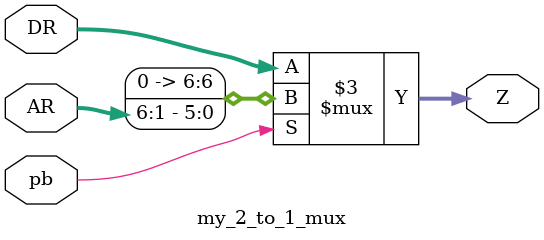
<source format=v>
`timescale 1ns / 1ps


module my_2_to_1_mux(input [6:1]AR, input [6:0]DR, input pb, output [6:0]Z);


//assign AR[0] = 0;
assign Z = (pb == 1) ? AR : DR;

endmodule

</source>
